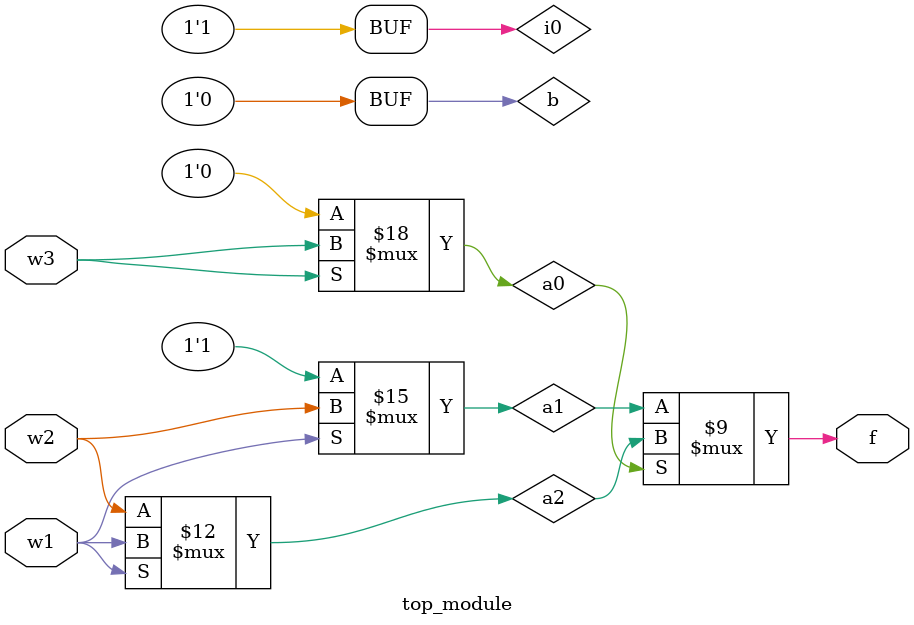
<source format=v>

module top_module(
    input wire w3,     // dynamic input for or1
    input wire w2, w1, // inputs for mux logic
    output reg f       // final output
);

    // Internal signals
    reg a0, a1, a2;

    // Constants
    wire b = 1'b0;     // constant 0
    wire i0 = 1'b1;    // constant 1

    // or1 logic (with b = 0)
    always @ (w3) begin
        if (w3 == 1'b0 && b == 1'b0)
            a0 = 1'b0;
        else
            a0 = w3;
    end

    // mx1 logic (with i0 = 1)
    always @ (w2 or w1) begin
        if (w1)
            a1 = w2;
        else
            a1 = i0;
    end

    // mx2 logic
    always @ (w2 or w1) begin
        if (w1)
            a2 = w1;
        else
            a2 = w2;
    end

    // mx3 logic (kept as you wrote it)
    always @ (a0 or a1 or a2) begin
        if (a0)
            f = a2;
        else
            f = a1;
    end

endmodule

</source>
